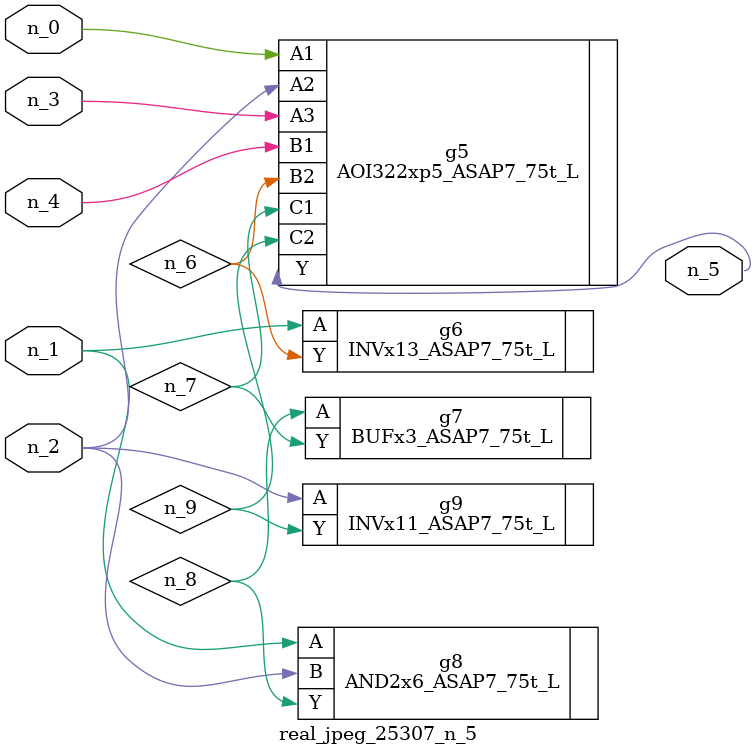
<source format=v>
module real_jpeg_25307_n_5 (n_4, n_0, n_1, n_2, n_3, n_5);

input n_4;
input n_0;
input n_1;
input n_2;
input n_3;

output n_5;

wire n_8;
wire n_6;
wire n_7;
wire n_9;

AOI322xp5_ASAP7_75t_L g5 ( 
.A1(n_0),
.A2(n_2),
.A3(n_3),
.B1(n_4),
.B2(n_6),
.C1(n_7),
.C2(n_9),
.Y(n_5)
);

INVx13_ASAP7_75t_L g6 ( 
.A(n_1),
.Y(n_6)
);

AND2x6_ASAP7_75t_L g8 ( 
.A(n_1),
.B(n_2),
.Y(n_8)
);

INVx11_ASAP7_75t_L g9 ( 
.A(n_2),
.Y(n_9)
);

BUFx3_ASAP7_75t_L g7 ( 
.A(n_8),
.Y(n_7)
);


endmodule
</source>
